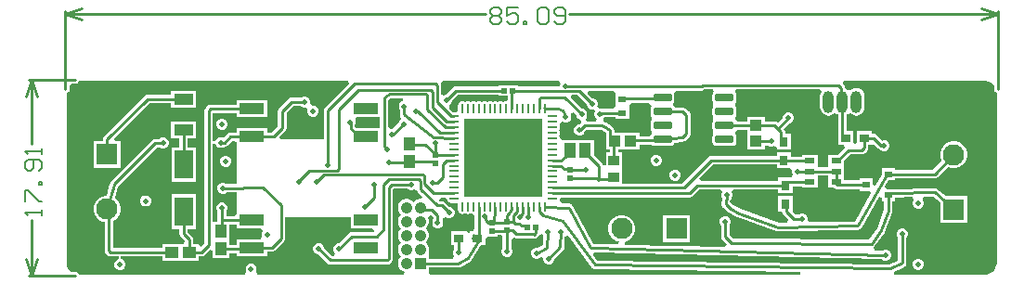
<source format=gbr>
%TF.GenerationSoftware,Altium Limited,Altium Designer,25.4.2 (15)*%
G04 Layer_Physical_Order=1*
G04 Layer_Color=255*
%FSLAX45Y45*%
%MOMM*%
%TF.SameCoordinates,47237EEE-74C4-40EA-AC85-0918F70ECB2B*%
%TF.FilePolarity,Positive*%
%TF.FileFunction,Copper,L1,Top,Signal*%
%TF.Part,Single*%
G01*
G75*
%TA.AperFunction,Conductor*%
%ADD10C,0.25400*%
%TA.AperFunction,SMDPad,CuDef*%
%ADD11R,0.98000X0.92000*%
%ADD12R,0.53933X0.47247*%
%ADD13R,0.70000X0.60000*%
G04:AMPARAMS|DCode=14|XSize=0.65mm|YSize=1.65mm|CornerRadius=0.04875mm|HoleSize=0mm|Usage=FLASHONLY|Rotation=90.000|XOffset=0mm|YOffset=0mm|HoleType=Round|Shape=RoundedRectangle|*
%AMROUNDEDRECTD14*
21,1,0.65000,1.55250,0,0,90.0*
21,1,0.55250,1.65000,0,0,90.0*
1,1,0.09750,0.77625,0.27625*
1,1,0.09750,0.77625,-0.27625*
1,1,0.09750,-0.77625,-0.27625*
1,1,0.09750,-0.77625,0.27625*
%
%ADD14ROUNDEDRECTD14*%
%ADD15R,1.04000X1.02000*%
%ADD16R,0.80000X0.60000*%
%ADD17R,1.05000X1.00000*%
%ADD18R,0.90000X0.60000*%
%ADD19R,0.80000X0.90000*%
%ADD20R,2.30000X1.00000*%
%ADD21O,0.85000X0.25000*%
%ADD22O,0.25000X0.85000*%
%ADD23R,7.20000X7.20000*%
%ADD24R,0.47247X0.53933*%
%ADD25R,0.90000X0.80000*%
%ADD26R,1.10000X1.35000*%
%ADD27R,1.01213X1.20840*%
%ADD28R,1.80000X1.00000*%
%ADD29R,1.75000X2.65000*%
%ADD30R,1.20840X1.01213*%
%TA.AperFunction,NonConductor*%
%ADD31C,0.25400*%
%ADD32C,0.15240*%
%TA.AperFunction,ComponentPad*%
%ADD33C,1.95000*%
%ADD34R,1.95000X1.95000*%
%ADD35O,1.00000X2.00000*%
%ADD36O,1.00000X2.00000*%
%ADD37R,1.95000X1.95000*%
%ADD38R,1.06000X1.06000*%
%ADD39C,1.06000*%
%TA.AperFunction,ViaPad*%
%ADD40C,0.50000*%
G36*
X4510046Y1766373D02*
X4515269Y1752600D01*
X4508900Y1737225D01*
Y1727947D01*
X4129066D01*
Y1738124D01*
X3951019D01*
Y1727947D01*
X3563620D01*
X3548754Y1724989D01*
X3536151Y1716569D01*
X3470183Y1650600D01*
X3464695D01*
X3452607Y1645593D01*
X3433433Y1654317D01*
X3427207Y1659884D01*
Y1740261D01*
X3424752Y1752600D01*
X3425615Y1757172D01*
X3439515Y1778000D01*
X4502903D01*
X4510046Y1766373D01*
D02*
G37*
G36*
X3951019Y1640076D02*
X4032255D01*
Y1604699D01*
X4021099Y1595543D01*
X4006312Y1592602D01*
X3996101Y1585779D01*
X3985890Y1592602D01*
X3971102Y1595543D01*
X3956314Y1592602D01*
X3946101Y1585777D01*
X3935887Y1592602D01*
X3921100Y1595543D01*
X3906312Y1592602D01*
X3896101Y1585779D01*
X3885890Y1592602D01*
X3871102Y1595543D01*
X3856314Y1592602D01*
X3846101Y1585777D01*
X3835888Y1592602D01*
X3821100Y1595543D01*
X3806312Y1592602D01*
X3796101Y1585779D01*
X3785890Y1592602D01*
X3771102Y1595543D01*
X3756315Y1592602D01*
X3746101Y1585777D01*
X3735888Y1592602D01*
X3721100Y1595543D01*
X3706312Y1592602D01*
X3696099Y1585777D01*
X3685885Y1592602D01*
X3671098Y1595543D01*
X3656310Y1592602D01*
X3646099Y1585779D01*
X3635888Y1592602D01*
X3621100Y1595543D01*
X3606312Y1592602D01*
X3593776Y1584225D01*
X3585399Y1571689D01*
X3582458Y1556901D01*
Y1517735D01*
X3579120Y1496379D01*
X3557764Y1493041D01*
X3549625D01*
X3548598Y1493245D01*
X3535089D01*
X3499794Y1528541D01*
X3503270Y1557473D01*
X3517447Y1571651D01*
X3525120Y1590175D01*
Y1595663D01*
X3579711Y1650253D01*
X3951019D01*
Y1640076D01*
D02*
G37*
G36*
X5014600Y1669799D02*
X5014600Y1662953D01*
Y1565202D01*
X5014600Y1558999D01*
Y1539802D01*
X4992867Y1524747D01*
X4893082D01*
X4891077Y1524348D01*
X4886425Y1526275D01*
X4866375D01*
X4866078Y1526152D01*
X4860980Y1530144D01*
X4849164Y1546639D01*
X4854572Y1559695D01*
Y1579745D01*
X4846899Y1598269D01*
X4832721Y1612447D01*
X4814197Y1620120D01*
X4808709D01*
X4763942Y1664887D01*
X4773663Y1688353D01*
X4998075D01*
X5014600Y1669799D01*
D02*
G37*
G36*
X8417139Y1773705D02*
X8437478Y1765280D01*
X8455783Y1753050D01*
X8470153Y1738679D01*
Y1701800D01*
X8473111Y1686934D01*
X8481531Y1674331D01*
X8494134Y1665911D01*
X8496300Y1665480D01*
Y124460D01*
Y113452D01*
X8492005Y91861D01*
X8483580Y71522D01*
X8471350Y53217D01*
X8455783Y37650D01*
X8437478Y25420D01*
X8417139Y16995D01*
X8395547Y12700D01*
X7559226D01*
X7553785Y38100D01*
X7648613Y80681D01*
X7654335Y84753D01*
X7660169Y88651D01*
X7660490Y89132D01*
X7660963Y89468D01*
X7664690Y95418D01*
X7668589Y101253D01*
X7668702Y101822D01*
X7669010Y102313D01*
X7670177Y109235D01*
X7671547Y116119D01*
Y348570D01*
X7675427Y352451D01*
X7683100Y370975D01*
Y391025D01*
X7675427Y409549D01*
X7661249Y423727D01*
X7642725Y431400D01*
X7622675D01*
X7604151Y423727D01*
X7589973Y409549D01*
X7582300Y391025D01*
Y370975D01*
X7589973Y352451D01*
X7593853Y348570D01*
Y141259D01*
X7514684Y105709D01*
X4849356Y138893D01*
X4810742Y191510D01*
X4822485Y214033D01*
X7447102Y152422D01*
X7451751Y147773D01*
X7470275Y140100D01*
X7490325D01*
X7508849Y147773D01*
X7523027Y161951D01*
X7530700Y180475D01*
Y200525D01*
X7523027Y219049D01*
X7508849Y233227D01*
X7490325Y240900D01*
X7470275D01*
X7451751Y233227D01*
X7448625Y230101D01*
X7382987Y231642D01*
X7380642Y235304D01*
X7372083Y259223D01*
X7375230Y262179D01*
X7378834Y264558D01*
X7380702Y267318D01*
X7383131Y269600D01*
X7471747Y393633D01*
X7473920Y398447D01*
X7476656Y402965D01*
X7540694Y579452D01*
X7541711Y586105D01*
X7543023Y592702D01*
Y681200D01*
X7566100D01*
Y715799D01*
X7728902Y719020D01*
X7739631Y693827D01*
X7737293Y691489D01*
X7729620Y672965D01*
Y652915D01*
X7737293Y634391D01*
X7751471Y620213D01*
X7769995Y612540D01*
X7790045D01*
X7808569Y620213D01*
X7822747Y634391D01*
X7830420Y652915D01*
Y672965D01*
X7822747Y691489D01*
X7818843Y695394D01*
X7829155Y721003D01*
X7913841Y722678D01*
X7979700Y670356D01*
Y482001D01*
X8225500D01*
Y727801D01*
X8032293D01*
X7951220Y792209D01*
X7946078Y794854D01*
X7941209Y797970D01*
X7939386Y798295D01*
X7937741Y799141D01*
X7931980Y799616D01*
X7926287Y800632D01*
X7527232Y792739D01*
X7523867Y792000D01*
X7486332D01*
X7473591Y813974D01*
X7506351Y871202D01*
X7566100D01*
Y888253D01*
X7926424D01*
X7926513Y888271D01*
X7926602Y888254D01*
X7933936Y889748D01*
X7941290Y891211D01*
X7941365Y891261D01*
X7941454Y891279D01*
X7947674Y895476D01*
X7953892Y899631D01*
X7953943Y899707D01*
X7954018Y899758D01*
X8047940Y994545D01*
X8055162Y990375D01*
X8086420Y982000D01*
X8118780D01*
X8150038Y990375D01*
X8178062Y1006556D01*
X8200944Y1029438D01*
X8217125Y1057462D01*
X8225500Y1088720D01*
Y1121080D01*
X8217125Y1152338D01*
X8200944Y1180362D01*
X8178062Y1203244D01*
X8150038Y1219425D01*
X8118780Y1227800D01*
X8086420D01*
X8055162Y1219425D01*
X8027138Y1203244D01*
X8004256Y1180362D01*
X7988075Y1152338D01*
X7979700Y1121080D01*
Y1088720D01*
X7988075Y1057462D01*
X7992800Y1049279D01*
X7910229Y965947D01*
X7566100D01*
Y982002D01*
X7445300D01*
Y920939D01*
X7390647Y825464D01*
X7366100Y831993D01*
Y887001D01*
X7245300D01*
Y870448D01*
X7099200D01*
Y992101D01*
Y1047964D01*
X7157930Y1106693D01*
X7264400D01*
X7279266Y1109651D01*
X7291869Y1118071D01*
X7313367Y1139570D01*
X7321788Y1152173D01*
X7324745Y1167039D01*
Y1191900D01*
X7356298D01*
Y1191900D01*
X7374149Y1199294D01*
X7414731Y1158711D01*
X7427334Y1150291D01*
X7433425Y1149079D01*
X7439051Y1143453D01*
X7457575Y1135780D01*
X7477625D01*
X7496149Y1143453D01*
X7510327Y1157631D01*
X7518000Y1176155D01*
Y1196205D01*
X7510327Y1214729D01*
X7496149Y1228907D01*
X7477625Y1236580D01*
X7457575D01*
X7449911Y1233406D01*
X7398549Y1284769D01*
X7385946Y1293189D01*
X7371080Y1296147D01*
X7356298D01*
Y1322700D01*
X7215499D01*
Y1216317D01*
X7200900Y1207853D01*
X7186301Y1216317D01*
Y1322700D01*
X7125447D01*
Y1472269D01*
X7132465Y1477654D01*
X7159824Y1483724D01*
X7175575Y1471638D01*
X7193917Y1464041D01*
X7213600Y1461449D01*
X7233283Y1464041D01*
X7251625Y1471638D01*
X7267376Y1483724D01*
X7279462Y1499475D01*
X7287059Y1517816D01*
X7289651Y1537500D01*
Y1637500D01*
X7287059Y1657184D01*
X7279462Y1675525D01*
X7267376Y1691276D01*
X7251625Y1703362D01*
X7233283Y1710959D01*
X7213600Y1713551D01*
X7193917Y1710959D01*
X7175575Y1703362D01*
X7159824Y1691276D01*
X7132465Y1697346D01*
X7124625Y1703362D01*
X7111173Y1708934D01*
Y1716074D01*
X7108216Y1730940D01*
X7099795Y1743542D01*
X7090737Y1752600D01*
X7101258Y1778000D01*
X8395547D01*
X8417139Y1773705D01*
D02*
G37*
G36*
X303699Y1780153D02*
X304413Y1779439D01*
X304800Y1778505D01*
Y1778000D01*
X2576336D01*
X2586056Y1754533D01*
X2367751Y1536229D01*
X2359331Y1523626D01*
X2356373Y1508760D01*
Y1245900D01*
X1963944D01*
X1954224Y1269367D01*
X2006129Y1321271D01*
X2014549Y1333874D01*
X2017507Y1348740D01*
Y1487589D01*
X2078571Y1548653D01*
X2149430D01*
X2153311Y1544773D01*
X2171835Y1537100D01*
X2191885D01*
X2192504Y1537356D01*
X2211944Y1517916D01*
X2210200Y1513705D01*
Y1493655D01*
X2217873Y1475131D01*
X2232051Y1460953D01*
X2250575Y1453280D01*
X2270625D01*
X2289149Y1460953D01*
X2303327Y1475131D01*
X2311000Y1493655D01*
Y1513705D01*
X2303327Y1532229D01*
X2289149Y1546407D01*
X2270625Y1554080D01*
X2250575D01*
X2249956Y1553824D01*
X2230516Y1573264D01*
X2232260Y1577475D01*
Y1597525D01*
X2224587Y1616049D01*
X2210409Y1630227D01*
X2191885Y1637900D01*
X2171835D01*
X2153311Y1630227D01*
X2149430Y1626347D01*
X2062480D01*
X2047614Y1623389D01*
X2035011Y1614969D01*
X1951191Y1531149D01*
X1942771Y1518546D01*
X1939813Y1503680D01*
Y1364831D01*
X1883829Y1308847D01*
X1842200D01*
Y1345400D01*
X1561400D01*
Y1308847D01*
X1503233D01*
X1488367Y1305889D01*
X1475764Y1297469D01*
X1441568Y1263273D01*
X1432425Y1267060D01*
X1412375D01*
X1393851Y1259387D01*
X1379673Y1245209D01*
X1372000Y1226685D01*
X1346947Y1227522D01*
Y1485153D01*
X1561400D01*
Y1448600D01*
X1842200D01*
Y1599400D01*
X1561400D01*
Y1562847D01*
X1322979D01*
X1308113Y1559889D01*
X1295510Y1551469D01*
X1280631Y1536590D01*
X1272211Y1523987D01*
X1269253Y1509121D01*
Y295491D01*
X1241520Y267757D01*
X1216120Y278278D01*
Y291906D01*
X1169147D01*
Y330200D01*
X1166189Y345066D01*
X1157769Y357669D01*
X1118347Y397091D01*
Y427199D01*
X1192400D01*
Y742999D01*
X966600D01*
Y427199D01*
X1040653D01*
Y381000D01*
X1043611Y366134D01*
X1052031Y353531D01*
X1088256Y317306D01*
X1083735Y291906D01*
X884105D01*
Y254747D01*
X435087D01*
Y498914D01*
X456462Y511256D01*
X479344Y534138D01*
X495525Y562162D01*
X503900Y593420D01*
Y625780D01*
X495525Y657038D01*
X479344Y685062D01*
X456462Y707944D01*
X450020Y711664D01*
X478752Y813951D01*
X480198Y816421D01*
X836511Y1172733D01*
X859110D01*
X862991Y1168853D01*
X881515Y1161180D01*
X901565D01*
X920089Y1168853D01*
X934267Y1183031D01*
X941940Y1201555D01*
Y1221605D01*
X934267Y1240129D01*
X920089Y1254307D01*
X901565Y1261980D01*
X881515D01*
X862991Y1254307D01*
X859110Y1250427D01*
X820420D01*
X805554Y1247469D01*
X792951Y1239049D01*
X421728Y867825D01*
X418969Y863697D01*
X415672Y859982D01*
X409179Y848891D01*
X407555Y844198D01*
X405305Y839770D01*
X375172Y732500D01*
X364820D01*
X333562Y724125D01*
X305538Y707944D01*
X282656Y685062D01*
X266475Y657038D01*
X258100Y625780D01*
Y593420D01*
X266475Y562162D01*
X282656Y534138D01*
X305538Y511256D01*
X333562Y495075D01*
X357393Y488690D01*
Y231140D01*
X360351Y216274D01*
X368771Y203671D01*
X384011Y188431D01*
X396614Y180011D01*
X411480Y177053D01*
X486978D01*
X487814Y152000D01*
X483473Y150202D01*
X469291Y144327D01*
X455113Y130149D01*
X447440Y111625D01*
Y91575D01*
X455113Y73051D01*
X469291Y58873D01*
X487815Y51200D01*
X507865D01*
X526389Y58873D01*
X540567Y73051D01*
X548240Y91575D01*
Y111625D01*
X540567Y130149D01*
X526389Y144327D01*
X512207Y150202D01*
X507866Y152000D01*
X508702Y177053D01*
X884105D01*
Y139894D01*
X1216120D01*
Y177053D01*
X1244600D01*
X1259466Y180011D01*
X1272069Y188431D01*
X1320994Y237356D01*
X1346394Y226835D01*
Y160205D01*
X1498406D01*
Y207178D01*
X1561400D01*
Y178600D01*
X1842200D01*
Y220233D01*
X1882140D01*
X1897006Y223191D01*
X1909609Y231611D01*
X1993429Y315431D01*
X2001849Y328034D01*
X2004807Y342900D01*
Y532105D01*
X2602399D01*
Y432600D01*
X2802557D01*
X2815383Y407200D01*
X2809723Y399527D01*
X2613660D01*
X2598794Y396569D01*
X2586191Y388149D01*
X2492283Y294240D01*
X2486795D01*
X2468271Y286567D01*
X2454093Y272389D01*
X2446420Y253865D01*
Y233815D01*
X2454093Y215291D01*
X2462897Y206487D01*
X2455455Y181611D01*
X2431286Y181432D01*
X2361800Y250917D01*
Y256405D01*
X2354127Y274929D01*
X2339949Y289107D01*
X2321425Y296780D01*
X2301375D01*
X2282851Y289107D01*
X2268673Y274929D01*
X2261000Y256405D01*
Y236355D01*
X2268673Y217831D01*
X2282851Y203653D01*
X2301375Y195980D01*
X2306863D01*
X2388071Y114771D01*
X2400674Y106351D01*
X2415540Y103393D01*
X2934061D01*
X2948927Y106351D01*
X2961530Y114771D01*
X2976409Y129650D01*
X2984829Y142253D01*
X2987787Y157119D01*
Y786549D01*
X2995511Y794273D01*
X3122250D01*
X3126131Y790393D01*
X3144655Y782720D01*
X3164705D01*
X3177369Y787966D01*
X3200485Y780334D01*
X3205010Y777696D01*
X3205640Y776882D01*
X3213571Y765011D01*
X3253587Y724996D01*
X3252375Y718818D01*
X3241962Y700700D01*
X3228178D01*
X3208239Y695357D01*
X3190361Y685035D01*
X3175000Y671131D01*
X3159638Y685036D01*
X3141761Y695357D01*
X3121822Y700700D01*
X3101178D01*
X3081239Y695357D01*
X3063361Y685035D01*
X3048765Y670439D01*
X3038443Y652561D01*
X3033100Y632622D01*
Y611978D01*
X3038443Y592039D01*
X3048765Y574161D01*
X3062669Y558800D01*
X3048764Y543438D01*
X3038443Y525561D01*
X3033100Y505622D01*
Y484978D01*
X3038443Y465039D01*
X3048765Y447161D01*
X3062669Y431800D01*
X3048764Y416438D01*
X3038443Y398561D01*
X3033100Y378622D01*
Y357978D01*
X3038443Y338039D01*
X3048765Y320161D01*
X3062669Y304800D01*
X3048764Y289438D01*
X3038443Y271561D01*
X3033100Y251622D01*
Y230978D01*
X3038443Y211039D01*
X3048765Y193161D01*
X3062669Y177800D01*
X3048764Y162438D01*
X3038443Y144561D01*
X3033100Y124622D01*
Y103978D01*
X3038443Y84039D01*
X3048765Y66161D01*
X3063361Y51565D01*
X3081239Y41243D01*
X3092968Y38100D01*
X3089624Y12700D01*
X1753117D01*
X1747271Y19809D01*
X1739263Y38100D01*
X1744580Y50935D01*
Y70985D01*
X1736907Y89509D01*
X1722729Y103687D01*
X1704205Y111360D01*
X1684155D01*
X1665631Y103687D01*
X1651453Y89509D01*
X1643780Y70985D01*
Y50935D01*
X1649097Y38100D01*
X1641089Y19809D01*
X1635243Y12700D01*
X125220D01*
X124789Y14866D01*
X116369Y27469D01*
X103766Y35889D01*
X88900Y38847D01*
X53509D01*
X38217Y54138D01*
X25709Y72859D01*
X17092Y93660D01*
X12700Y115742D01*
Y127000D01*
Y1665480D01*
X14866Y1665911D01*
X27469Y1674331D01*
X35889Y1686934D01*
X38847Y1701800D01*
Y1738243D01*
X52457Y1751853D01*
X88900D01*
X103766Y1754811D01*
X116369Y1763231D01*
X124789Y1775834D01*
X125725Y1780540D01*
X302765D01*
X303699Y1780153D01*
D02*
G37*
G36*
X5326263Y1576389D02*
X5345698Y1551034D01*
X5345691Y1548123D01*
X5345438Y1547586D01*
X5339058Y1538038D01*
X5336708Y1526226D01*
X5336708Y1526225D01*
X5336708Y1525393D01*
Y1471807D01*
X5336708Y1470975D01*
X5336708Y1470974D01*
X5339058Y1459162D01*
X5345438Y1449614D01*
X5345691Y1449077D01*
X5345725Y1435100D01*
X5345691Y1421123D01*
X5345438Y1420586D01*
X5339058Y1411038D01*
X5336708Y1399226D01*
X5336708Y1399225D01*
X5336708Y1398393D01*
Y1344807D01*
X5336708Y1343975D01*
X5336708Y1343974D01*
X5339058Y1332162D01*
X5345438Y1322614D01*
X5345691Y1322077D01*
X5345725Y1308100D01*
X5345691Y1294123D01*
X5345438Y1293586D01*
X5331325Y1272473D01*
X5233600D01*
Y1308300D01*
X5006700D01*
X5005381Y1332175D01*
X5004617Y1335146D01*
X5004569Y1338212D01*
X5002748Y1342417D01*
X5001608Y1346855D01*
X4999766Y1349307D01*
X4998548Y1352122D01*
X4995257Y1355310D01*
X4992504Y1358974D01*
X4989864Y1360535D01*
X4987662Y1362669D01*
X4929558Y1400177D01*
X4924392Y1402221D01*
X4919472Y1404802D01*
X4909783Y1407657D01*
X4905896Y1420638D01*
X4906128Y1434327D01*
X4918855Y1447053D01*
X5014600D01*
Y1429001D01*
X5145400D01*
Y1533598D01*
X5145400Y1539801D01*
Y1558998D01*
X5166166Y1576389D01*
X5326263D01*
D02*
G37*
G36*
X4753772Y1565183D02*
Y1559695D01*
X4761445Y1541171D01*
X4775623Y1526993D01*
X4794147Y1519320D01*
X4814197D01*
X4814494Y1519443D01*
X4819592Y1515451D01*
X4831408Y1498956D01*
X4826000Y1485900D01*
Y1465850D01*
X4833673Y1447326D01*
X4845152Y1435847D01*
X4843250Y1423188D01*
X4837365Y1410447D01*
X4751700D01*
X4743239Y1435847D01*
X4751434Y1444041D01*
X4759107Y1462566D01*
Y1482616D01*
X4751434Y1501140D01*
X4737256Y1515318D01*
X4718732Y1522991D01*
X4713244D01*
X4609448Y1626787D01*
X4619168Y1650253D01*
X4668701D01*
X4753772Y1565183D01*
D02*
G37*
G36*
X4658307Y1468053D02*
Y1462566D01*
X4665980Y1444041D01*
X4680158Y1429864D01*
X4697876Y1422524D01*
X4704924Y1406949D01*
X4706213Y1396791D01*
X4688695Y1379273D01*
X4679424D01*
X4660900Y1371600D01*
X4646722Y1357422D01*
X4639049Y1338898D01*
Y1318848D01*
X4646722Y1300324D01*
X4660900Y1286146D01*
X4679424Y1278473D01*
X4699474D01*
X4717999Y1286146D01*
X4732176Y1300324D01*
X4739849Y1318848D01*
Y1320553D01*
X4752050Y1332753D01*
X4889108D01*
X4892131Y1331863D01*
X4928898Y1308128D01*
X4931113Y1268057D01*
X4931800Y1265381D01*
Y1155500D01*
X4965972D01*
Y1126800D01*
X4929400D01*
Y1012931D01*
X4904000Y1010429D01*
X4902529Y1017822D01*
X4894109Y1030425D01*
X4819598Y1104936D01*
Y1235798D01*
X4534438D01*
X4512904Y1253844D01*
X4511490Y1258171D01*
X4509299Y1269187D01*
X4502475Y1279401D01*
X4509299Y1289614D01*
X4512240Y1304402D01*
X4509299Y1319190D01*
X4502476Y1329400D01*
X4509299Y1339611D01*
X4512240Y1354399D01*
X4509299Y1369187D01*
X4506629Y1373183D01*
X4514407Y1395850D01*
X4538509Y1406504D01*
X4554355Y1399940D01*
X4574405D01*
X4592929Y1407613D01*
X4607107Y1421791D01*
X4614780Y1440315D01*
Y1460365D01*
X4607107Y1478889D01*
X4607389Y1483050D01*
X4633512Y1492848D01*
X4658307Y1468053D01*
D02*
G37*
G36*
X2869453Y1345400D02*
X2709253D01*
X2705499Y1346147D01*
X2701744Y1345400D01*
X2657336D01*
X2641973Y1360763D01*
Y1372986D01*
X2648820Y1389515D01*
Y1409565D01*
X2643172Y1423200D01*
X2650369Y1440364D01*
X2656557Y1448600D01*
X2869453D01*
Y1345400D01*
D02*
G37*
G36*
X3081155Y1597260D02*
X3062631Y1589587D01*
X3048453Y1575409D01*
X3040780Y1556885D01*
Y1536835D01*
X3048453Y1518311D01*
X3052333Y1514430D01*
Y1477937D01*
X3052604Y1476577D01*
X3052430Y1475201D01*
X3053261Y1463434D01*
X3053627Y1462096D01*
X3053550Y1460712D01*
X3055613Y1454828D01*
X3057258Y1448814D01*
X3061851Y1430187D01*
X3052433Y1416846D01*
X3052300Y1416696D01*
X3048453Y1412849D01*
X3041390Y1395797D01*
X2981233Y1335640D01*
X2969395D01*
X2947147Y1353917D01*
Y1605789D01*
X2949438Y1609757D01*
X2971186Y1622313D01*
X3080318D01*
X3081155Y1597260D01*
D02*
G37*
G36*
X1560901Y1220002D02*
Y838947D01*
X1470070D01*
X1466189Y842827D01*
X1447665Y850500D01*
X1427615D01*
X1409091Y842827D01*
X1394913Y828649D01*
X1387240Y810125D01*
Y790075D01*
X1394913Y771551D01*
X1409091Y757373D01*
X1427615Y749700D01*
X1447665D01*
X1466189Y757373D01*
X1470070Y761253D01*
X1560901D01*
Y558003D01*
X1538956Y546847D01*
X1466327D01*
Y587330D01*
X1470207Y591211D01*
X1477880Y609735D01*
Y629785D01*
X1470207Y648309D01*
X1456029Y662487D01*
X1437505Y670160D01*
X1417455D01*
X1398931Y662487D01*
X1384753Y648309D01*
X1377080Y629785D01*
Y609735D01*
X1384753Y591211D01*
X1388633Y587330D01*
Y492220D01*
X1346947D01*
Y1205798D01*
X1372000Y1206635D01*
X1379673Y1188111D01*
X1393851Y1173933D01*
X1412375Y1166260D01*
X1432425D01*
X1450949Y1173933D01*
X1456056Y1179039D01*
X1464759Y1180771D01*
X1477361Y1189191D01*
X1519323Y1231153D01*
X1538953D01*
X1560901Y1220002D01*
D02*
G37*
G36*
X6893836Y1675653D02*
X6893738Y1675525D01*
X6886141Y1657184D01*
X6883549Y1637500D01*
Y1537500D01*
X6886141Y1517816D01*
X6893738Y1499475D01*
X6905824Y1483724D01*
X6921575Y1471638D01*
X6939917Y1464041D01*
X6959600Y1461449D01*
X6979283Y1464041D01*
X6997625Y1471638D01*
X7013376Y1483724D01*
X7040735Y1477654D01*
X7047753Y1472269D01*
Y1322700D01*
X7045502D01*
Y1191900D01*
X7098657D01*
X7107862Y1166500D01*
X7044263Y1102901D01*
X6958400D01*
Y991347D01*
X6859200D01*
Y1102901D01*
X6718400D01*
Y1086348D01*
X6618600D01*
Y1124500D01*
X6487800D01*
Y1092947D01*
X5892800D01*
X5877934Y1089989D01*
X5865331Y1081569D01*
X5627007Y843244D01*
X5078200D01*
Y958600D01*
X5078200Y971799D01*
X5078200Y997200D01*
Y1126800D01*
X5043665D01*
Y1155500D01*
X5233600D01*
Y1194780D01*
X5346299D01*
X5355763Y1188457D01*
X5367576Y1186107D01*
X5522826D01*
X5534639Y1188457D01*
X5544653Y1195148D01*
X5551344Y1205162D01*
X5553594Y1216472D01*
X5633551Y1224523D01*
X5639181Y1226244D01*
X5644940Y1227460D01*
X5646378Y1228445D01*
X5648046Y1228955D01*
X5652588Y1232699D01*
X5657444Y1236026D01*
X5691985Y1271377D01*
X5696002Y1277543D01*
X5700089Y1283658D01*
X5700134Y1283884D01*
X5700259Y1284076D01*
X5701609Y1291299D01*
X5703046Y1298524D01*
X5703048Y1384227D01*
X5703879Y1469419D01*
X5703404Y1471930D01*
X5703597Y1474477D01*
X5702011Y1479311D01*
X5701067Y1484313D01*
X5699668Y1486451D01*
X5698872Y1488878D01*
X5695555Y1492738D01*
X5692769Y1496998D01*
X5690659Y1498437D01*
X5688994Y1500375D01*
X5652240Y1529177D01*
X5647532Y1531559D01*
X5643145Y1534489D01*
X5640825Y1534951D01*
X5638715Y1536019D01*
X5633454Y1536417D01*
X5628279Y1537447D01*
X5566416D01*
X5544966Y1547585D01*
X5544965Y1547586D01*
X5544711Y1548123D01*
X5544677Y1562100D01*
X5544711Y1576077D01*
X5544965Y1576614D01*
X5551345Y1586162D01*
X5553694Y1597974D01*
X5553695Y1597975D01*
X5553694Y1598807D01*
Y1653225D01*
X5551759Y1662953D01*
X5552100Y1666214D01*
X5566314Y1688353D01*
X5800878D01*
X5815744Y1691311D01*
X5828347Y1699731D01*
X5829669Y1701053D01*
X5903942D01*
X5911647Y1675653D01*
X5910747Y1675052D01*
X5904056Y1665038D01*
X5901706Y1653225D01*
Y1598807D01*
X5901705Y1597975D01*
X5901706Y1597974D01*
X5904055Y1586162D01*
X5910435Y1576614D01*
X5910689Y1576077D01*
X5910723Y1562100D01*
X5910689Y1548123D01*
X5910435Y1547586D01*
X5904055Y1538038D01*
X5901706Y1526226D01*
X5901705Y1526225D01*
X5901706Y1525393D01*
Y1471807D01*
X5901705Y1470975D01*
X5901706Y1470974D01*
X5904055Y1459162D01*
X5910435Y1449614D01*
X5910689Y1449077D01*
X5910723Y1435100D01*
X5910689Y1421123D01*
X5910435Y1420586D01*
X5904055Y1411038D01*
X5901706Y1399226D01*
X5901705Y1399225D01*
X5901706Y1398393D01*
Y1344807D01*
X5901705Y1343975D01*
X5901706Y1343974D01*
X5904055Y1332162D01*
X5910435Y1322614D01*
X5910689Y1322077D01*
X5910723Y1308100D01*
X5910689Y1294123D01*
X5910435Y1293586D01*
X5904055Y1284038D01*
X5901706Y1272226D01*
X5901705Y1272225D01*
X5901706Y1271393D01*
Y1216975D01*
X5904056Y1205162D01*
X5910747Y1195148D01*
X5920761Y1188457D01*
X5932574Y1186107D01*
X6087824D01*
X6099637Y1188457D01*
X6109651Y1195148D01*
X6116342Y1205162D01*
X6118692Y1216975D01*
Y1271393D01*
X6118692Y1272225D01*
X6118692Y1272226D01*
X6116342Y1284038D01*
X6109962Y1293586D01*
X6109709Y1294123D01*
X6109675Y1308100D01*
X6109680Y1310485D01*
X6129838Y1332326D01*
X6131241Y1333012D01*
X6221300D01*
Y1296500D01*
Y1156500D01*
X6377100D01*
Y1190513D01*
X6403930D01*
X6407811Y1186633D01*
X6426335Y1178960D01*
X6446385D01*
X6462400Y1185594D01*
X6474449Y1181203D01*
X6487800Y1173603D01*
Y1153702D01*
X6618600D01*
Y1294502D01*
X6564746D01*
Y1315080D01*
X6561789Y1329946D01*
X6553368Y1342549D01*
X6552427Y1343490D01*
X6598718Y1389780D01*
X6603865D01*
X6622389Y1397453D01*
X6636567Y1411631D01*
X6644240Y1430155D01*
Y1450205D01*
X6636567Y1468729D01*
X6622389Y1482907D01*
X6603865Y1490580D01*
X6583815D01*
X6565291Y1482907D01*
X6551113Y1468729D01*
X6543440Y1450205D01*
Y1444377D01*
X6497490Y1398427D01*
X6496549Y1399368D01*
X6483946Y1407789D01*
X6469080Y1410746D01*
X6377100D01*
Y1447300D01*
X6221300D01*
Y1410705D01*
X6131586D01*
X6109963Y1420585D01*
X6109962Y1420586D01*
X6109709Y1421123D01*
X6109675Y1435100D01*
X6109709Y1449077D01*
X6109962Y1449614D01*
X6116342Y1459162D01*
X6118692Y1470974D01*
X6118692Y1470975D01*
X6118692Y1471807D01*
Y1525393D01*
X6118692Y1526225D01*
X6118692Y1526226D01*
X6116342Y1538038D01*
X6109962Y1547586D01*
X6109709Y1548123D01*
X6109675Y1562100D01*
X6109709Y1576077D01*
X6109962Y1576614D01*
X6116342Y1586162D01*
X6118692Y1597974D01*
X6118692Y1597975D01*
X6118692Y1598807D01*
Y1653225D01*
X6116342Y1665038D01*
X6109651Y1675052D01*
X6108751Y1675653D01*
X6116456Y1701053D01*
X6881311D01*
X6893836Y1675653D01*
D02*
G37*
G36*
X6487800Y983700D02*
X6605998D01*
X6624071Y963259D01*
X6624720Y960835D01*
Y942475D01*
X6632393Y923951D01*
X6634598Y921745D01*
X6624077Y896345D01*
X6593200D01*
X6590960Y895900D01*
X6500500D01*
Y864347D01*
X5793905D01*
X5783384Y889747D01*
X5908891Y1015253D01*
X6487800D01*
Y983700D01*
D02*
G37*
G36*
X6958400Y802099D02*
X7004375D01*
X7013934Y795712D01*
X7028800Y792755D01*
X7245300D01*
Y776201D01*
X7337128D01*
X7349868Y754227D01*
X7201758Y495491D01*
X6787323Y489261D01*
X6771060Y507961D01*
X6768700Y514384D01*
Y530725D01*
X6761027Y549249D01*
X6746849Y563427D01*
X6728325Y571100D01*
X6708275D01*
X6689751Y563427D01*
X6685870Y559547D01*
X6655651D01*
X6647470Y567727D01*
X6631300Y585098D01*
X6631300D01*
X6631300Y585098D01*
Y725898D01*
X6500500D01*
Y585098D01*
X6537213D01*
Y584200D01*
X6540171Y569334D01*
X6548591Y556731D01*
X6593572Y511751D01*
X6583210Y486192D01*
X6504494Y485009D01*
X6160789Y607982D01*
X6090210Y644151D01*
X6063108Y668274D01*
X6067059Y699883D01*
X6075227Y708051D01*
X6082900Y726575D01*
Y746625D01*
X6076841Y761253D01*
X6082954Y776674D01*
X6089644Y786653D01*
X6500500D01*
Y755100D01*
X6631300D01*
Y818652D01*
X6718400D01*
Y802099D01*
X6859200D01*
Y913653D01*
X6958400D01*
Y802099D01*
D02*
G37*
G36*
X3479956Y704398D02*
X3482898Y689610D01*
X3491274Y677074D01*
X3503810Y668697D01*
X3518598Y665756D01*
X3557765D01*
X3579119Y662422D01*
X3582458Y641061D01*
Y601901D01*
X3585399Y587113D01*
X3593776Y574577D01*
X3606312Y566200D01*
X3621100Y563259D01*
X3635888Y566200D01*
X3646099Y573023D01*
X3656310Y566200D01*
X3671098Y563259D01*
X3685885Y566200D01*
X3696099Y573025D01*
X3706312Y566200D01*
X3721100Y563259D01*
X3732256Y554103D01*
Y431716D01*
X3721615Y408782D01*
X3719990Y408300D01*
X3688800D01*
Y396817D01*
X3684998Y392928D01*
X3659598Y403282D01*
Y408300D01*
X3518798D01*
Y277500D01*
X3545093D01*
Y243250D01*
X3541213Y239369D01*
X3533540Y220845D01*
Y200795D01*
X3541213Y182271D01*
X3544937Y178547D01*
X3534416Y153147D01*
X3316900D01*
Y192700D01*
X3316900Y192700D01*
X3313449Y218100D01*
X3316900Y230978D01*
Y251622D01*
X3311557Y271561D01*
X3301235Y289439D01*
X3287331Y304800D01*
X3301236Y320162D01*
X3311557Y338039D01*
X3316900Y357978D01*
Y378622D01*
X3311557Y398561D01*
X3301235Y416439D01*
X3287331Y431800D01*
X3301236Y447162D01*
X3311557Y465039D01*
X3316900Y484978D01*
Y505622D01*
X3311557Y525561D01*
X3310504Y527386D01*
X3323834Y555096D01*
X3335377Y556846D01*
X3357133Y535089D01*
Y520110D01*
X3353253Y516229D01*
X3345580Y497705D01*
Y477655D01*
X3353253Y459131D01*
X3367431Y444953D01*
X3385955Y437280D01*
X3406005D01*
X3424529Y444953D01*
X3438707Y459131D01*
X3446380Y477655D01*
Y497705D01*
X3438707Y516229D01*
X3441411Y529300D01*
X3468853Y536570D01*
X3471571Y533853D01*
X3490095Y526180D01*
X3510145D01*
X3528669Y533853D01*
X3542847Y548031D01*
X3550520Y566555D01*
Y586605D01*
X3542847Y605129D01*
X3528669Y619307D01*
X3510145Y626980D01*
X3504657D01*
X3461549Y670089D01*
X3448946Y678509D01*
X3434080Y681467D01*
X3418936D01*
X3412416Y690154D01*
X3425110Y715554D01*
X3470801D01*
X3479956Y704398D01*
D02*
G37*
G36*
X4361032Y363351D02*
X4357255Y282774D01*
X4309316Y258013D01*
X4307705Y258680D01*
X4287655D01*
X4269131Y251007D01*
X4254953Y236829D01*
X4247280Y218305D01*
Y198255D01*
X4254953Y179731D01*
X4269131Y165553D01*
X4287655Y157880D01*
X4307705D01*
X4326229Y165553D01*
X4335573Y174897D01*
X4345712Y171703D01*
X4359040Y163394D01*
Y147455D01*
X4366713Y128931D01*
X4380891Y114753D01*
X4399415Y107080D01*
X4419465D01*
X4437989Y114753D01*
X4452167Y128931D01*
X4459840Y147455D01*
Y152580D01*
X4541017Y232478D01*
X4545181Y238604D01*
X4549404Y244701D01*
X4549440Y244870D01*
X4549538Y245013D01*
X4551040Y252265D01*
X4552608Y259516D01*
X4554304Y361226D01*
X4578487Y369449D01*
X4584540Y368425D01*
X4798182Y77308D01*
X4800200Y75460D01*
X4801692Y73167D01*
X4805740Y70388D01*
X4809361Y67073D01*
X4811933Y66138D01*
X4814188Y64590D01*
X4818991Y63572D01*
X4823607Y61894D01*
X4826340Y62015D01*
X4829017Y61448D01*
X6704273Y38100D01*
X6704115Y12700D01*
X3322211D01*
X3316900Y35900D01*
X3316900D01*
Y75453D01*
X3580620D01*
X3582828Y75893D01*
X3585072Y75710D01*
X3590201Y77359D01*
X3595486Y78411D01*
X3597358Y79661D01*
X3599501Y80350D01*
X3693619Y132693D01*
X3695336Y134150D01*
X3697386Y135081D01*
X3701067Y139016D01*
X3705174Y142503D01*
X3706202Y144505D01*
X3707740Y146150D01*
X3789307Y277500D01*
X3829600D01*
Y336552D01*
X3845477Y355375D01*
X3943524D01*
Y373296D01*
X3976861D01*
Y364179D01*
X3988316D01*
Y252132D01*
X3985713Y249529D01*
X3978040Y231005D01*
Y210955D01*
X3985713Y192431D01*
X3999891Y178253D01*
X4018415Y170580D01*
X4038465D01*
X4056989Y178253D01*
X4071167Y192431D01*
X4078840Y210955D01*
Y231005D01*
X4071167Y249529D01*
X4066009Y254687D01*
Y334859D01*
X4067093Y336105D01*
X4091409Y347413D01*
X4094854Y345111D01*
X4109720Y342153D01*
X4262412D01*
X4275181Y339613D01*
X4290047Y342571D01*
X4302650Y350991D01*
X4317529Y365870D01*
X4324936Y376957D01*
X4344868Y379475D01*
X4361032Y363351D01*
D02*
G37*
G36*
X5982046Y776674D02*
X5988159Y761253D01*
X5982100Y746625D01*
Y726575D01*
X5989773Y708051D01*
X5989782Y708042D01*
X5983482Y657650D01*
X5983738Y654101D01*
X5983248Y650577D01*
X5984278Y646614D01*
X5984573Y642532D01*
X5986167Y639352D01*
X5987063Y635907D01*
X5989531Y632641D01*
X5991365Y628982D01*
X5994056Y626654D01*
X5996201Y623815D01*
X6042257Y582822D01*
X6046506Y580327D01*
X6050368Y577267D01*
X6127606Y537686D01*
X6130053Y536990D01*
X6132236Y535681D01*
X6484951Y409485D01*
X6491804Y408468D01*
X6498621Y407218D01*
X7225058Y418139D01*
X7229815Y419160D01*
X7234667Y419496D01*
X7237157Y420736D01*
X7239878Y421320D01*
X7243880Y424082D01*
X7248236Y426250D01*
X7250063Y428349D01*
X7252352Y429929D01*
X7254993Y434013D01*
X7258187Y437683D01*
X7420754Y721671D01*
X7445300Y715142D01*
Y681200D01*
X7465330D01*
Y599531D01*
X7405437Y434467D01*
X7331617Y331144D01*
X6091966Y338225D01*
X6058647Y371287D01*
Y462870D01*
X6062527Y466751D01*
X6070200Y485275D01*
Y505325D01*
X6062527Y523849D01*
X6048349Y538027D01*
X6029825Y545700D01*
X6009775D01*
X5991251Y538027D01*
X5977073Y523849D01*
X5969400Y505325D01*
Y485275D01*
X5977073Y466751D01*
X5980953Y462870D01*
Y355108D01*
X5980968Y355032D01*
X5980954Y354957D01*
X5982446Y347606D01*
X5983911Y340242D01*
X5983953Y340178D01*
X5983969Y340102D01*
X5988165Y333875D01*
X5992331Y327639D01*
X5992395Y327596D01*
X5992438Y327532D01*
X6031500Y288774D01*
X6020790Y263618D01*
X5101188Y285205D01*
X5098137Y310683D01*
X5122739Y317275D01*
X5150763Y333456D01*
X5173645Y356338D01*
X5189826Y384362D01*
X5198201Y415620D01*
Y447980D01*
X5189826Y479238D01*
X5173645Y507262D01*
X5150763Y530144D01*
X5122739Y546325D01*
X5091481Y554700D01*
X5059121D01*
X5027863Y546325D01*
X4999839Y530144D01*
X4976957Y507262D01*
X4960776Y479238D01*
X4952401Y447980D01*
Y415620D01*
X4960776Y384362D01*
X4976957Y356338D01*
X4999839Y333456D01*
X5027863Y317275D01*
X5048080Y311859D01*
X5044443Y286537D01*
X4813956Y291947D01*
X4626203Y639888D01*
X4623190Y643531D01*
X4620753Y647580D01*
X4618404Y649315D01*
X4616541Y651567D01*
X4612364Y653778D01*
X4608563Y656587D01*
X4605728Y657292D01*
X4603146Y658659D01*
X4598441Y659104D01*
X4593854Y660244D01*
X4522484Y663623D01*
X4509299Y689610D01*
X4512240Y704398D01*
X4521396Y715554D01*
X5694700D01*
X5709566Y718511D01*
X5722169Y726932D01*
X5781891Y786653D01*
X5975356D01*
X5982046Y776674D01*
D02*
G37*
G36*
X1561400Y432600D02*
X1785903D01*
X1796424Y407200D01*
X1796233Y407009D01*
X1788560Y388485D01*
Y368435D01*
X1794208Y354800D01*
X1787011Y337636D01*
X1780823Y329400D01*
X1561400D01*
Y284871D01*
X1498406D01*
Y320580D01*
Y469153D01*
X1561400D01*
Y432600D01*
D02*
G37*
%LPC*%
G36*
X7787505Y157080D02*
X7767455D01*
X7748931Y149407D01*
X7734753Y135229D01*
X7727080Y116705D01*
Y96655D01*
X7734753Y78131D01*
X7748931Y63953D01*
X7767455Y56280D01*
X7787505D01*
X7806029Y63953D01*
X7820207Y78131D01*
X7827880Y96655D01*
Y116705D01*
X7820207Y135229D01*
X7806029Y149407D01*
X7787505Y157080D01*
D02*
G37*
G36*
X1194900Y1688300D02*
X964100D01*
Y1651747D01*
X749300D01*
X734434Y1648789D01*
X721831Y1640369D01*
X353531Y1272069D01*
X345111Y1259466D01*
X342153Y1244600D01*
Y1232499D01*
X258100D01*
Y986699D01*
X503900D01*
Y1232499D01*
X457023D01*
X447303Y1255965D01*
X765391Y1574053D01*
X964100D01*
Y1537500D01*
X1194900D01*
Y1688300D01*
D02*
G37*
G36*
X1440045Y1434700D02*
X1419995D01*
X1401471Y1427027D01*
X1387293Y1412849D01*
X1379620Y1394325D01*
Y1374275D01*
X1387293Y1355751D01*
X1401471Y1341573D01*
X1419995Y1333900D01*
X1440045D01*
X1458569Y1341573D01*
X1472747Y1355751D01*
X1480420Y1374275D01*
Y1394325D01*
X1472747Y1412849D01*
X1458569Y1427027D01*
X1440045Y1434700D01*
D02*
G37*
G36*
X1194900Y1408300D02*
X964100D01*
Y1257501D01*
X1040653D01*
Y1173001D01*
X966600D01*
Y857201D01*
X1192400D01*
Y1173001D01*
X1118347D01*
Y1257501D01*
X1194900D01*
Y1408300D01*
D02*
G37*
G36*
X741545Y733660D02*
X721495D01*
X702971Y725987D01*
X688793Y711809D01*
X681120Y693285D01*
Y673235D01*
X688793Y654711D01*
X702971Y640533D01*
X721495Y632860D01*
X741545D01*
X760069Y640533D01*
X774247Y654711D01*
X781920Y673235D01*
Y693285D01*
X774247Y711809D01*
X760069Y725987D01*
X741545Y733660D01*
D02*
G37*
G36*
X1473065Y1096880D02*
X1453015D01*
X1434491Y1089207D01*
X1420313Y1075029D01*
X1412640Y1056505D01*
Y1036455D01*
X1420313Y1017931D01*
X1434491Y1003753D01*
X1453015Y996080D01*
X1473065D01*
X1491589Y1003753D01*
X1505767Y1017931D01*
X1513440Y1036455D01*
Y1056505D01*
X1505767Y1075029D01*
X1491589Y1089207D01*
X1473065Y1096880D01*
D02*
G37*
G36*
X5397365Y1104500D02*
X5377315D01*
X5358791Y1096827D01*
X5344613Y1082649D01*
X5336940Y1064125D01*
Y1044075D01*
X5344613Y1025551D01*
X5358791Y1011373D01*
X5377315Y1003700D01*
X5397365D01*
X5415889Y1011373D01*
X5430067Y1025551D01*
X5437740Y1044075D01*
Y1064125D01*
X5430067Y1082649D01*
X5415889Y1096827D01*
X5397365Y1104500D01*
D02*
G37*
G36*
X5572625Y969880D02*
X5552575D01*
X5534051Y962207D01*
X5519873Y948029D01*
X5512200Y929505D01*
Y909455D01*
X5519873Y890931D01*
X5534051Y876753D01*
X5552575Y869080D01*
X5572625D01*
X5591149Y876753D01*
X5605327Y890931D01*
X5613000Y909455D01*
Y929505D01*
X5605327Y948029D01*
X5591149Y962207D01*
X5572625Y969880D01*
D02*
G37*
G36*
X5698200Y554700D02*
X5452400D01*
Y308900D01*
X5698200D01*
Y554700D01*
D02*
G37*
%LPD*%
D10*
X4104279Y480060D02*
G03*
X4094480Y489859I-9799J0D01*
G01*
X4564380Y1450340D02*
G03*
X4490720Y1524000I-73660J0D01*
G01*
X4371101Y1526901D02*
G03*
X4374002Y1524000I2901J0D01*
G01*
X2293620Y858520D02*
X2357120Y922020D01*
X3261721D01*
X1437640Y800100D02*
X1621308D01*
X1626388Y805180D01*
X1803400D01*
X1965960Y642620D01*
Y342900D02*
Y642620D01*
X1882140Y259080D02*
X1965960Y342900D01*
X1804100Y259080D02*
X1882140D01*
X1701800Y254000D02*
X1804100Y259080D01*
X4335978Y1625600D02*
X4555698D01*
X4708707Y1472591D01*
X4684792Y1689100D02*
X4804172Y1569720D01*
X4076700Y1689100D02*
X4684792D01*
X5078501Y1485900D02*
X5080000Y1484401D01*
X4883057Y1475875D02*
X4893082Y1485900D01*
X5078501D01*
X4876400Y1475875D02*
X4883057D01*
X4894714Y1371600D02*
X4908489Y1367540D01*
X4689449Y1328873D02*
X4693232D01*
X4908489Y1367540D02*
X4966593Y1330032D01*
X4693232Y1328873D02*
X4735959Y1371600D01*
X4894714D01*
X4605701Y891784D02*
X4608363Y889122D01*
X4739198Y1130399D02*
X4866640Y1002957D01*
Y886460D02*
Y1002957D01*
X4608363Y889122D02*
X4863978D01*
X4866640Y886460D02*
X4989860D01*
X4863978Y889122D02*
X4866640Y886460D01*
X4989860D02*
X5003800Y900400D01*
X4025885Y489859D02*
X4094480D01*
X4409440Y157480D02*
X4513767Y260163D01*
X4516120Y401320D01*
X4297680Y208280D02*
X4395008Y258552D01*
X4401820Y403860D01*
X4027162Y222258D02*
Y414586D01*
X4025544Y416204D02*
X4027162Y414586D01*
Y222258D02*
X4028440Y220980D01*
X4357803Y548000D02*
X4537283Y498479D01*
X4829500Y100291D02*
X7522775Y66759D01*
X4537283Y498479D02*
X4829500Y100291D01*
X4323002Y586166D02*
X4357803Y548000D01*
X4321099Y631901D02*
X4323002Y586166D01*
X4321099Y1526901D02*
Y1610721D01*
X4335978Y1625600D01*
X4071102Y1526901D02*
Y1678176D01*
X4374002Y1524000D02*
X4490720D01*
X7285899Y1167039D02*
Y1257300D01*
X7264400Y1145540D02*
X7285899Y1167039D01*
X7141839Y1145540D02*
X7264400D01*
X7043800Y1047501D02*
X7141839Y1145540D01*
X7028800Y1047501D02*
X7043800D01*
X6497490Y1343490D02*
X6593840Y1439840D01*
Y1440180D01*
X6497490Y1343490D02*
X6525900Y1315080D01*
Y1251402D02*
X6553200Y1224102D01*
X6525900Y1251402D02*
Y1315080D01*
X6469080Y1371900D02*
X6497490Y1343490D01*
X6299200Y1371900D02*
X6469080D01*
X3373801Y1030041D02*
Y1030476D01*
X3362877Y1041400D02*
X3373801Y1030476D01*
X3136900Y1041400D02*
X3362877D01*
X3374730Y1117622D02*
X3376000D01*
Y1206840D01*
X3378200Y1209040D01*
X3374730Y1104285D02*
Y1117622D01*
X3373801Y1103356D02*
X3374730Y1104285D01*
X3340282Y606878D02*
X3395980Y551180D01*
Y487680D02*
Y551180D01*
X3253922Y606878D02*
X3340282D01*
X3238500Y622300D02*
X3253922Y606878D01*
X4605752Y965149D02*
X4749749D01*
X4605701Y965098D02*
X4605752Y965149D01*
X4749749D02*
X4749800Y965200D01*
X4739198Y1130399D02*
Y1142898D01*
X6639560Y520700D02*
X6718300D01*
X6576060Y584200D02*
X6639560Y520700D01*
X6576060Y584200D02*
Y655320D01*
X6573520Y657860D02*
X6576060Y655320D01*
X6570980Y657860D02*
X6573520D01*
X6565900Y652780D02*
X6570980Y657860D01*
X6565900Y652780D02*
Y655498D01*
X7442200Y1186180D02*
X7467600D01*
X7371080Y1257300D02*
X7442200Y1186180D01*
X7285899Y1257300D02*
X7371080D01*
X4272641Y381000D02*
X4275181Y378460D01*
X4109720Y381000D02*
X4272641D01*
X4074175Y416545D02*
X4109720Y381000D01*
X4025885Y416545D02*
X4074175D01*
X4021483Y412143D02*
X4025544Y416204D01*
X3898903Y412143D02*
X4021483D01*
X3894501Y407741D02*
X3898903Y412143D01*
X4275181Y378460D02*
X4290060Y393339D01*
Y444500D01*
X3825240Y541020D02*
X3829947Y536313D01*
Y510913D02*
Y536313D01*
Y510913D02*
X3855720Y485140D01*
X3890416D01*
X3894501Y481056D01*
X4021483Y485457D02*
X4025885Y489859D01*
X3898903Y485457D02*
X4021483D01*
X3583940Y210820D02*
Y337642D01*
X3589198Y342900D01*
X1693824Y246024D02*
X1701800Y254000D01*
X1422400Y246024D02*
X1693824D01*
X2062480Y1587500D02*
X2181860D01*
X1978660Y1503680D02*
X2062480Y1587500D01*
X1978660Y1348740D02*
Y1503680D01*
X1899920Y1270000D02*
X1978660Y1348740D01*
X1701800Y1270000D02*
X1899920D01*
X2659149Y1288650D02*
X2724148D01*
X2603127Y1344672D02*
X2659149Y1288650D01*
X2603127Y1344672D02*
Y1394833D01*
X2598420Y1399540D02*
X2603127Y1394833D01*
X2724148Y1288650D02*
X2742799Y1270000D01*
X2705499Y1307300D02*
X2724148Y1288650D01*
X3276600Y837446D02*
Y907141D01*
Y837446D02*
X3359646Y754400D01*
X3261721Y922020D02*
X3276600Y907141D01*
X3359646Y754400D02*
X3548598D01*
X3352800Y850900D02*
X3393440D01*
X3441700Y899160D02*
Y1016000D01*
X3393440Y850900D02*
X3441700Y899160D01*
X7028800Y831601D02*
X7305700D01*
X7028800D02*
Y857499D01*
X6675120Y952500D02*
X6788800D01*
X7028800D01*
Y857499D02*
Y952500D01*
X1422400Y1216660D02*
X1449893D01*
X1503233Y1270000D01*
X1701800D01*
X381000Y609600D02*
X442704Y829265D01*
X820420Y1211580D02*
X891540D01*
X449197Y840357D02*
X820420Y1211580D01*
X442704Y829265D02*
X449197Y840357D01*
X381000Y609600D02*
X396240Y594360D01*
Y231140D02*
Y594360D01*
Y231140D02*
X411480Y215900D01*
X969924D01*
X1427480Y515620D02*
X1435100Y508000D01*
X1701800D01*
X1427480Y515620D02*
Y619760D01*
X3474720Y1600200D02*
X3563620Y1689100D01*
X4003385D01*
X3217084Y1503680D02*
X3416362Y1304402D01*
X3548598D01*
X3200400Y1503680D02*
X3217084D01*
X3084830Y1384300D02*
X3091180D01*
X2985770Y1285240D02*
X3084830Y1384300D01*
X2979420Y1285240D02*
X2985770D01*
X2908300Y1181100D02*
Y1616197D01*
Y1181100D02*
X2938780Y1150620D01*
X2921000Y1638194D02*
X2960777Y1661160D01*
X2908300Y1616197D02*
X2921000Y1638194D01*
X3091180Y1384300D02*
Y1388862D01*
Y1477937D02*
X3092011Y1466170D01*
X3357897Y1266378D01*
X3548598Y1254399D01*
X2733040Y632460D02*
X2735580D01*
X2814320Y711200D01*
Y830580D01*
X2960777Y1661160D02*
X3287121D01*
X3302000Y1646281D01*
Y1521460D02*
Y1646281D01*
Y1521460D02*
X3469061Y1354399D01*
X3548598D01*
X2131060Y855980D02*
Y868680D01*
X2225040Y962660D01*
X2476861D01*
X2491740Y977539D01*
Y1513840D01*
X2674620Y1696720D01*
X3332841D01*
X3347720Y1681841D01*
Y1536700D02*
Y1681841D01*
Y1536700D02*
X3480018Y1404402D01*
X3548598D01*
X3091180Y1477937D02*
Y1546860D01*
X2395220Y1013460D02*
Y1508760D01*
X2496820Y243840D02*
X2613660Y360680D01*
X2839720D01*
X2900680Y421640D01*
Y833120D01*
X2948940Y881380D01*
X3226161D01*
X3241040Y866501D01*
Y792480D02*
Y866501D01*
Y792480D02*
X3390900Y642620D01*
X3434080D01*
X3500120Y576580D01*
X2311400Y246380D02*
X2415540Y142240D01*
X2934061D01*
X2948940Y157119D01*
Y802640D01*
X2979420Y833120D01*
X3154680D01*
X4025885Y489859D02*
Y551165D01*
X4053840Y579120D01*
Y585039D01*
X4071102Y602301D01*
Y631901D01*
X4205822Y455424D02*
X4216745Y444500D01*
X4164836Y455424D02*
X4205822D01*
X4140200Y480060D02*
X4164836Y455424D01*
X4104279Y480060D02*
X4140200D01*
X4089400Y494939D02*
X4104279Y480060D01*
X4089400Y494939D02*
Y553720D01*
X4120899Y585219D01*
Y631701D01*
X4121099Y631901D01*
X4145280Y540057D02*
X4170902Y565678D01*
Y631701D01*
X4145280Y533400D02*
Y540057D01*
X4170902Y631701D02*
X4171102Y631901D01*
X4218940Y538480D02*
X4224020Y533400D01*
X4218940Y538480D02*
X4220899Y540439D01*
Y631701D01*
X4221099Y631901D01*
X4290060Y444500D02*
X4290781Y443779D01*
X2395220Y1508760D02*
X2641600Y1755140D01*
X3373481D01*
X3388360Y1740261D01*
Y1585037D02*
Y1740261D01*
Y1585037D02*
X3518998Y1454399D01*
X3548598D01*
X1427480Y411480D02*
Y515620D01*
X1422400Y406400D02*
X1427480Y411480D01*
X2948940Y1033780D02*
X3129280D01*
X3136900Y1041400D01*
X3896360Y406400D02*
X3897701Y407741D01*
X3895019D02*
X3896360Y406400D01*
X3894501Y407741D02*
X3895019D01*
X6301740Y1229360D02*
X6436360D01*
X6299200Y1231900D02*
X6301740Y1229360D01*
X4443598Y804398D02*
X5643098D01*
X5892800Y1054100D01*
X6553200D01*
X4443598Y754400D02*
X5694700D01*
X5765800Y825500D01*
X6565900D01*
Y830199D02*
X6593200Y857499D01*
X6788800D01*
X6553200Y1054100D02*
X6559799Y1047501D01*
X6788800D01*
X3480100Y1054400D02*
X3548598D01*
X3441700Y1016000D02*
X3480100Y1054400D01*
X4559300Y1727200D02*
X5800878D01*
X5813578Y1739900D02*
X7048500D01*
X5800878Y1727200D02*
X5813578Y1739900D01*
X7048500D02*
X7072326Y1716074D01*
Y1601774D02*
Y1716074D01*
Y1601774D02*
X7086600Y1587500D01*
Y1284600D02*
Y1587500D01*
Y1284600D02*
X7115901Y1257300D01*
X7522775Y66759D02*
X7632700Y116119D01*
Y381000D01*
X4371101Y631901D02*
X4592016Y621441D01*
X4790485Y253641D01*
X7480300Y190500D01*
X8017800Y689701D02*
X8102600Y604901D01*
X7927056Y761793D02*
X8017800Y689701D01*
X7528000Y753900D02*
X7927056Y761793D01*
X7505700Y736600D02*
X7528000Y753900D01*
X7926424Y927100D02*
X8102600Y1104900D01*
X7528000Y927100D02*
X7926424D01*
X7505700Y926602D02*
X7528000Y927100D01*
X7483400Y909302D02*
X7505700Y926602D01*
X7224474Y456982D02*
X7483400Y909302D01*
X6498038Y446061D02*
X7224474Y456982D01*
X6145322Y572257D02*
X6498038Y446061D01*
X6068084Y611839D02*
X6145322Y572257D01*
X6022029Y652832D02*
X6068084Y611839D01*
X6022029Y652832D02*
X6032500Y736600D01*
X7504177Y719300D02*
X7505700Y736600D01*
X7504177Y592702D02*
Y719300D01*
X7440139Y416215D02*
X7504177Y592702D01*
X7351523Y292183D02*
X7440139Y416215D01*
X6075873Y299470D02*
X7351523Y292183D01*
X6019800Y355108D02*
X6075873Y299470D01*
X6019800Y355108D02*
Y495300D01*
X4966593Y1330032D02*
X4969900Y1270200D01*
X5009200Y1231900D01*
X6259400Y1371858D02*
X6299200Y1371900D01*
X6079999Y1371858D02*
X6259400D01*
X6010199Y1371600D02*
X6079999Y1371858D01*
X5003800Y1055400D02*
X5004819Y1088701D01*
Y1193600D01*
X5009200Y1231900D01*
X5156200D02*
X5195500Y1233627D01*
X5375401D01*
X5445201Y1244600D01*
X5629659Y1263174D02*
X5664199Y1298525D01*
X5445201Y1244600D02*
X5629659Y1263174D01*
X5664199Y1298525D02*
X5664201Y1384424D01*
X5665034Y1469798D01*
X5628279Y1498600D02*
X5665034Y1469798D01*
X5445201Y1498600D02*
X5628279D01*
X5080000Y1614399D02*
X5107300Y1615236D01*
X5375401D01*
X5445201Y1625600D01*
X3674739Y166643D02*
X3766036Y313662D01*
X3580620Y114300D02*
X3674739Y166643D01*
X3759200Y342900D02*
X3766036Y313662D01*
X3771102Y354802D02*
Y631901D01*
X3759200Y342900D02*
X3771102Y354802D01*
X3720464Y354923D02*
X3725174Y370099D01*
X3716701Y342798D02*
X3720464Y354923D01*
X3716701Y342798D02*
X3718881Y333473D01*
X3722155Y319471D01*
X3238500Y114300D02*
X3580620D01*
X4556898Y1088098D02*
X4599198Y1142898D01*
X4520997Y1054143D02*
X4556898Y1088098D01*
X4443598Y1054400D02*
X4520997Y1054143D01*
X3278270Y1193800D02*
X3362877Y1117622D01*
X3174807Y1193800D02*
X3278270D01*
X3136900Y1201776D02*
X3174807Y1193800D01*
X3384724Y1104402D02*
X3548598D01*
X3373801Y1103356D02*
X3384724Y1104402D01*
X4071102Y1678176D02*
X4076700Y1689100D01*
X4594777Y972493D02*
X4605701Y965098D01*
X4551905Y972493D02*
X4594777D01*
X4520506Y1003463D02*
X4551905Y972493D01*
X4443598Y1004402D02*
X4520506Y1003463D01*
X3894501Y481056D02*
X3905424Y491979D01*
Y539924D01*
X3921100Y555600D01*
Y631901D01*
X1308100Y279400D02*
Y1509121D01*
X1244600Y215900D02*
X1308100Y279400D01*
X1322979Y1524000D02*
X1701800D01*
X1308100Y1509121D02*
X1322979Y1524000D01*
X1130300Y215900D02*
X1244600D01*
X1130300D02*
Y330200D01*
X1079500Y381000D02*
X1130300Y330200D01*
X1079500Y381000D02*
Y585099D01*
Y1015101D02*
Y1332901D01*
X749300Y1612900D02*
X1079500D01*
X381000Y1244600D02*
X749300Y1612900D01*
X381000Y1109599D02*
Y1244600D01*
D11*
X5003800Y900400D02*
D03*
Y1055400D02*
D03*
D12*
X4290060Y444500D02*
D03*
X4216745D02*
D03*
X4076700Y1689100D02*
D03*
X4003385D02*
D03*
D13*
X7305700Y831601D02*
D03*
X7505700Y926602D02*
D03*
Y736600D02*
D03*
D14*
X5445201Y1625600D02*
D03*
Y1498600D02*
D03*
Y1371600D02*
D03*
Y1244600D02*
D03*
X6010199Y1625600D02*
D03*
Y1498600D02*
D03*
Y1371600D02*
D03*
Y1244600D02*
D03*
D15*
X5009200Y1231900D02*
D03*
X5156200D02*
D03*
D16*
X5080000Y1484401D02*
D03*
Y1614399D02*
D03*
D17*
X6299200Y1371900D02*
D03*
Y1231900D02*
D03*
D18*
X6788800Y1047501D02*
D03*
Y952500D02*
D03*
Y857499D02*
D03*
X7028800D02*
D03*
Y952500D02*
D03*
Y1047501D02*
D03*
D19*
X6553200Y1054100D02*
D03*
Y1224102D02*
D03*
X6565900Y825500D02*
D03*
Y655498D02*
D03*
D20*
X2742799Y1270000D02*
D03*
Y1524000D02*
D03*
Y508000D02*
D03*
Y254000D02*
D03*
X1701800D02*
D03*
Y508000D02*
D03*
Y1270000D02*
D03*
Y1524000D02*
D03*
D21*
X3548598Y1454399D02*
D03*
Y1404402D02*
D03*
Y1354399D02*
D03*
Y1304402D02*
D03*
Y1254399D02*
D03*
Y1204402D02*
D03*
Y1154400D02*
D03*
Y1104402D02*
D03*
Y1054400D02*
D03*
Y1004402D02*
D03*
Y954400D02*
D03*
Y904403D02*
D03*
Y854400D02*
D03*
Y804398D02*
D03*
Y754400D02*
D03*
Y704398D02*
D03*
X4443598D02*
D03*
Y754400D02*
D03*
Y804398D02*
D03*
Y854400D02*
D03*
Y904403D02*
D03*
Y954400D02*
D03*
Y1004402D02*
D03*
Y1054400D02*
D03*
Y1104402D02*
D03*
Y1154400D02*
D03*
Y1204402D02*
D03*
Y1254399D02*
D03*
Y1304402D02*
D03*
Y1354399D02*
D03*
Y1404402D02*
D03*
Y1454399D02*
D03*
D22*
X3621100Y631901D02*
D03*
X3671098D02*
D03*
X3721100D02*
D03*
X3771102D02*
D03*
X3821100D02*
D03*
X3871102D02*
D03*
X3921100D02*
D03*
X3971102D02*
D03*
X4021099D02*
D03*
X4071102D02*
D03*
X4121099D02*
D03*
X4171102D02*
D03*
X4221099D02*
D03*
X4271101D02*
D03*
X4321099D02*
D03*
X4371101D02*
D03*
Y1526901D02*
D03*
X4321099D02*
D03*
X4271101D02*
D03*
X4221099D02*
D03*
X4171102D02*
D03*
X4121099D02*
D03*
X4071102D02*
D03*
X4021099D02*
D03*
X3971102D02*
D03*
X3921100D02*
D03*
X3871102D02*
D03*
X3821100D02*
D03*
X3771102D02*
D03*
X3721100D02*
D03*
X3671098D02*
D03*
X3621100D02*
D03*
D23*
X3996101Y1079398D02*
D03*
D24*
X3373801Y1103356D02*
D03*
Y1030041D02*
D03*
X4605701Y965098D02*
D03*
Y891784D02*
D03*
X3894501Y481056D02*
D03*
Y407741D02*
D03*
X4025885Y489859D02*
D03*
Y416545D02*
D03*
D25*
X3759200Y342900D02*
D03*
X3589198D02*
D03*
X7115901Y1257300D02*
D03*
X7285899D02*
D03*
D26*
X4599198Y1142898D02*
D03*
X4739198D02*
D03*
D27*
X3136900Y1041400D02*
D03*
Y1201776D02*
D03*
X1422400Y406400D02*
D03*
Y246024D02*
D03*
D28*
X1079500Y1332901D02*
D03*
Y1612900D02*
D03*
D29*
Y585099D02*
D03*
Y1015101D02*
D03*
D30*
X969924Y215900D02*
D03*
X1130300D02*
D03*
D31*
X-304800Y1790700D02*
X-254000Y1638300D01*
X-355600D02*
X-304800Y1790700D01*
X-355600Y152400D02*
X-304800Y0D01*
X-254000Y152400D01*
X-304800Y1200051D02*
Y1790700D01*
Y0D02*
Y509369D01*
X-330200Y1790700D02*
X88900D01*
X-330200Y0D02*
X88900D01*
X0Y2387600D02*
X152400Y2438400D01*
X0Y2387600D02*
X152400Y2336800D01*
X8356600D02*
X8509000Y2387600D01*
X8356600Y2438400D02*
X8509000Y2387600D01*
X0D02*
X3830431D01*
X4597289D02*
X8509000D01*
X0Y1701800D02*
Y2413000D01*
X8509000Y1701800D02*
Y2413000D01*
D32*
X-213385Y550009D02*
Y600792D01*
Y575400D01*
X-365735D01*
X-340343Y550009D01*
X-365735Y676967D02*
Y778535D01*
X-340343D01*
X-238777Y676967D01*
X-213385D01*
Y829318D02*
X-238777D01*
Y854710D01*
X-213385D01*
Y829318D01*
X-238777Y956277D02*
X-213385Y981669D01*
Y1032452D01*
X-238777Y1057844D01*
X-340343D01*
X-365735Y1032452D01*
Y981669D01*
X-340343Y956277D01*
X-314952D01*
X-289560Y981669D01*
Y1057844D01*
X-213385Y1108628D02*
Y1159411D01*
Y1134020D01*
X-365735D01*
X-340343Y1108628D01*
X3871071Y2423143D02*
X3896463Y2448535D01*
X3947246D01*
X3972638Y2423143D01*
Y2397752D01*
X3947246Y2372360D01*
X3972638Y2346968D01*
Y2321577D01*
X3947246Y2296185D01*
X3896463D01*
X3871071Y2321577D01*
Y2346968D01*
X3896463Y2372360D01*
X3871071Y2397752D01*
Y2423143D01*
X3896463Y2372360D02*
X3947246D01*
X4124989Y2448535D02*
X4023421D01*
Y2372360D01*
X4074205Y2397752D01*
X4099597D01*
X4124989Y2372360D01*
Y2321577D01*
X4099597Y2296185D01*
X4048813D01*
X4023421Y2321577D01*
X4175772Y2296185D02*
Y2321577D01*
X4201164D01*
Y2296185D01*
X4175772D01*
X4302731Y2423143D02*
X4328123Y2448535D01*
X4378906D01*
X4404298Y2423143D01*
Y2321577D01*
X4378906Y2296185D01*
X4328123D01*
X4302731Y2321577D01*
Y2423143D01*
X4455082Y2321577D02*
X4480474Y2296185D01*
X4531257D01*
X4556649Y2321577D01*
Y2423143D01*
X4531257Y2448535D01*
X4480474D01*
X4455082Y2423143D01*
Y2397752D01*
X4480474Y2372360D01*
X4556649D01*
D33*
X5075301Y431800D02*
D03*
X8102600Y1104900D02*
D03*
X381000Y609600D02*
D03*
D34*
X5575300Y431800D02*
D03*
D35*
X7213600Y1587500D02*
D03*
X6959600D02*
D03*
D36*
X7086600D02*
D03*
D37*
X8102600Y604901D02*
D03*
X381000Y1109599D02*
D03*
D38*
X3238500Y114300D02*
D03*
D39*
Y241300D02*
D03*
Y368300D02*
D03*
Y495300D02*
D03*
Y622300D02*
D03*
X3111500Y114300D02*
D03*
Y241300D02*
D03*
Y368300D02*
D03*
Y495300D02*
D03*
Y622300D02*
D03*
D40*
X2293620Y858520D02*
D03*
X4708707Y1472591D02*
D03*
X4804172Y1569720D02*
D03*
X4876400Y1475875D02*
D03*
X4689449Y1328873D02*
D03*
X4866640Y886460D02*
D03*
X5387340Y1054100D02*
D03*
X4409440Y157480D02*
D03*
X4297680Y208280D02*
D03*
X4516120Y401320D02*
D03*
X4401820Y403860D02*
D03*
X4028440Y220980D02*
D03*
X4564380Y1450340D02*
D03*
X1430020Y1384300D02*
D03*
X731520Y683260D02*
D03*
X1838960Y378460D02*
D03*
X2260600Y1503680D02*
D03*
X6593840Y1440180D02*
D03*
X3378200Y1209040D02*
D03*
X3395980Y487680D02*
D03*
X4749800Y965200D02*
D03*
X6718300Y520700D02*
D03*
X7467600Y1186180D02*
D03*
X3825240Y541020D02*
D03*
X3583940Y210820D02*
D03*
X2181860Y1587500D02*
D03*
X2598420Y1399540D02*
D03*
X5562600Y919480D02*
D03*
X1437640Y800100D02*
D03*
X1463040Y1046480D02*
D03*
X1694180Y60960D02*
D03*
X497840Y101600D02*
D03*
X1422400Y1216660D02*
D03*
X891540Y1211580D02*
D03*
X3474720Y1600200D02*
D03*
X3200400Y1503680D02*
D03*
X2979420Y1285240D02*
D03*
X3091180Y1384300D02*
D03*
X2733040Y632460D02*
D03*
X2814320Y830580D02*
D03*
X2938780Y1150620D02*
D03*
X2131060Y855980D02*
D03*
X3091180Y1546860D02*
D03*
X2395220Y1013460D02*
D03*
X2496820Y243840D02*
D03*
X3500120Y576580D02*
D03*
X2311400Y246380D02*
D03*
X3154680Y833120D02*
D03*
X4145280Y533400D02*
D03*
X4218940Y538480D02*
D03*
X7780020Y662940D02*
D03*
X7777480Y106680D02*
D03*
X1427480Y619760D02*
D03*
X2948940Y1033780D02*
D03*
X6436360Y1229360D02*
D03*
X6675120Y952500D02*
D03*
X3352800Y850900D02*
D03*
X4559300Y1727200D02*
D03*
X7632700Y381000D02*
D03*
X7480300Y190500D02*
D03*
X6032500Y736600D02*
D03*
X6019800Y495300D02*
D03*
X3721100Y1354399D02*
D03*
X3831102D02*
D03*
X3941100D02*
D03*
X4051102D02*
D03*
X4161099D02*
D03*
X4271101D02*
D03*
X3721100Y1244402D02*
D03*
X3831102D02*
D03*
X3941100D02*
D03*
X4051102D02*
D03*
X4161099D02*
D03*
X4271101D02*
D03*
X3721100Y1134400D02*
D03*
X3831102D02*
D03*
X3941100D02*
D03*
X4051102D02*
D03*
X4161099D02*
D03*
X4271101D02*
D03*
X3721100Y1024402D02*
D03*
X3831102D02*
D03*
X3941100D02*
D03*
X4051102D02*
D03*
X4161099D02*
D03*
X4271101D02*
D03*
X3721100Y914400D02*
D03*
X3831102D02*
D03*
X3941100D02*
D03*
X4051102D02*
D03*
X4161099D02*
D03*
X4271101D02*
D03*
X3721100Y804398D02*
D03*
X3831102D02*
D03*
X3941100D02*
D03*
X4051102D02*
D03*
X4161099D02*
D03*
X4271101D02*
D03*
%TF.MD5,d122ad71af82a8286bfcc2a033d26556*%
M02*

</source>
